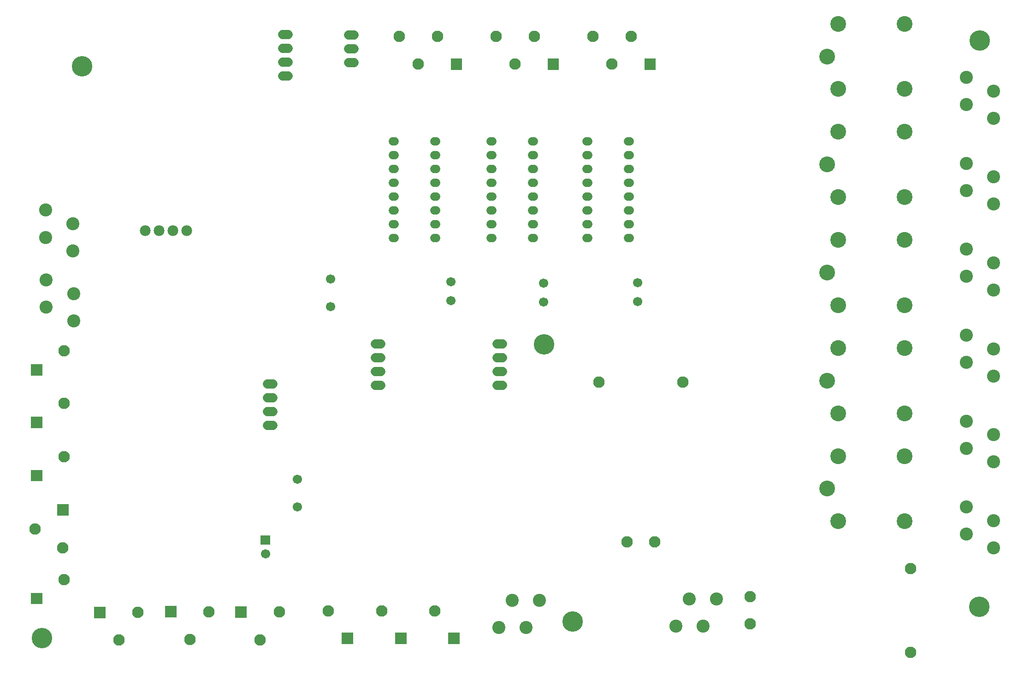
<source format=gbs>
G04 Layer: BottomSolderMaskLayer*
G04 EasyEDA v6.4.25, 2021-10-12T19:11:13--3:00*
G04 c22c5ad297e649dda918693bc59ac449,3e531cdebb5f4b4d8e7d377dd7e3e81f,10*
G04 Gerber Generator version 0.2*
G04 Scale: 100 percent, Rotated: No, Reflected: No *
G04 Dimensions in millimeters *
G04 leading zeros omitted , absolute positions ,4 integer and 5 decimal *
%FSLAX45Y45*%
%MOMM*%

%ADD66C,1.7272*%
%ADD67C,1.5616*%
%ADD72C,2.1016*%
%ADD78C,3.7592*%
%ADD80C,2.4016*%
%ADD88C,1.7016*%
%ADD89C,2.8956*%
%ADD90C,1.7018*%
%ADD93C,1.9812*%

%LPD*%
D66*
X-4762500Y-56057800D02*
G01*
X-4660900Y-56057800D01*
X-4762500Y-55803800D02*
G01*
X-4660900Y-55803800D01*
X-4762500Y-55549800D02*
G01*
X-4660900Y-55549800D01*
X-4762500Y-55295800D02*
G01*
X-4660900Y-55295800D01*
X-3556000Y-55816500D02*
G01*
X-3454400Y-55816500D01*
X-3556000Y-55562500D02*
G01*
X-3454400Y-55562500D01*
X-3556000Y-55308500D02*
G01*
X-3454400Y-55308500D01*
D67*
X-908850Y-57264300D02*
G01*
X-945349Y-57264300D01*
X-908850Y-57518300D02*
G01*
X-945349Y-57518300D01*
X-908850Y-57772300D02*
G01*
X-945349Y-57772300D01*
X-908850Y-58026300D02*
G01*
X-945349Y-58026300D01*
X-908850Y-58280300D02*
G01*
X-945349Y-58280300D01*
X-908850Y-58534300D02*
G01*
X-945349Y-58534300D01*
X-908850Y-58788300D02*
G01*
X-945349Y-58788300D01*
X-908850Y-59042300D02*
G01*
X-945349Y-59042300D01*
X-146850Y-57264300D02*
G01*
X-183349Y-57264300D01*
X-146850Y-57518300D02*
G01*
X-183349Y-57518300D01*
X-146850Y-57772300D02*
G01*
X-183349Y-57772300D01*
X-146850Y-58026300D02*
G01*
X-183349Y-58026300D01*
X-146850Y-58280300D02*
G01*
X-183349Y-58280300D01*
X-146850Y-58534300D02*
G01*
X-183349Y-58534300D01*
X-146850Y-58788300D02*
G01*
X-183349Y-58788300D01*
X-146850Y-59042300D02*
G01*
X-183349Y-59042300D01*
D66*
X-825500Y-61747400D02*
G01*
X-723900Y-61747400D01*
X-825500Y-61493400D02*
G01*
X-723900Y-61493400D01*
X-825500Y-61239400D02*
G01*
X-723900Y-61239400D01*
X-825500Y-60985400D02*
G01*
X-723900Y-60985400D01*
X-5041900Y-62484000D02*
G01*
X-4940300Y-62484000D01*
X-5041900Y-62230000D02*
G01*
X-4940300Y-62230000D01*
X-5041900Y-61976000D02*
G01*
X-4940300Y-61976000D01*
X-5041900Y-61722000D02*
G01*
X-4940300Y-61722000D01*
X-3060700Y-61747400D02*
G01*
X-2959100Y-61747400D01*
X-3060700Y-61493400D02*
G01*
X-2959100Y-61493400D01*
X-3060700Y-61239400D02*
G01*
X-2959100Y-61239400D01*
X-3060700Y-60985400D02*
G01*
X-2959100Y-60985400D01*
D67*
X-2705468Y-57264300D02*
G01*
X-2741968Y-57264300D01*
X-2705468Y-57518300D02*
G01*
X-2741968Y-57518300D01*
X-2705468Y-57772300D02*
G01*
X-2741968Y-57772300D01*
X-2705468Y-58026300D02*
G01*
X-2741968Y-58026300D01*
X-2705468Y-58280300D02*
G01*
X-2741968Y-58280300D01*
X-2705468Y-58534300D02*
G01*
X-2741968Y-58534300D01*
X-2705468Y-58788300D02*
G01*
X-2741968Y-58788300D01*
X-2705468Y-59042300D02*
G01*
X-2741968Y-59042300D01*
X-1943468Y-57264300D02*
G01*
X-1979968Y-57264300D01*
X-1943468Y-57518300D02*
G01*
X-1979968Y-57518300D01*
X-1943468Y-57772300D02*
G01*
X-1979968Y-57772300D01*
X-1943468Y-58026300D02*
G01*
X-1979968Y-58026300D01*
X-1943468Y-58280300D02*
G01*
X-1979968Y-58280300D01*
X-1943468Y-58534300D02*
G01*
X-1979968Y-58534300D01*
X-1943468Y-58788300D02*
G01*
X-1979968Y-58788300D01*
X-1943468Y-59042300D02*
G01*
X-1979968Y-59042300D01*
X850531Y-57264300D02*
G01*
X814031Y-57264300D01*
X850531Y-57518300D02*
G01*
X814031Y-57518300D01*
X850531Y-57772300D02*
G01*
X814031Y-57772300D01*
X850531Y-58026300D02*
G01*
X814031Y-58026300D01*
X850531Y-58280300D02*
G01*
X814031Y-58280300D01*
X850531Y-58534300D02*
G01*
X814031Y-58534300D01*
X850531Y-58788300D02*
G01*
X814031Y-58788300D01*
X850531Y-59042300D02*
G01*
X814031Y-59042300D01*
X1612531Y-57264300D02*
G01*
X1576031Y-57264300D01*
X1612531Y-57518300D02*
G01*
X1576031Y-57518300D01*
X1612531Y-57772300D02*
G01*
X1576031Y-57772300D01*
X1612531Y-58026300D02*
G01*
X1576031Y-58026300D01*
X1612531Y-58280300D02*
G01*
X1576031Y-58280300D01*
X1612531Y-58534300D02*
G01*
X1576031Y-58534300D01*
X1612531Y-58788300D02*
G01*
X1576031Y-58788300D01*
X1612531Y-59042300D02*
G01*
X1576031Y-59042300D01*
D72*
G01*
X6765899Y-66657600D03*
G01*
X6765899Y-65117599D03*
G01*
X3825900Y-66137586D03*
G01*
X3825900Y-65637587D03*
G01*
X2586100Y-61687100D03*
G01*
X1046098Y-61687100D03*
G01*
X2066086Y-64627099D03*
G01*
X1566087Y-64627099D03*
D78*
G01*
X8026400Y-65824100D03*
D80*
G01*
X-9114612Y-58527594D03*
G01*
X-9114612Y-59027593D03*
G01*
X-8614613Y-59277605D03*
G01*
X-8614613Y-58777606D03*
G01*
X-9101912Y-59810294D03*
G01*
X-9101912Y-60310293D03*
G01*
X-8601913Y-60560305D03*
G01*
X-8601913Y-60060306D03*
G01*
X8289112Y-63156312D03*
G01*
X8289112Y-62656313D03*
G01*
X7789113Y-62406301D03*
G01*
X7789113Y-62906300D03*
G01*
X8289112Y-58416316D03*
G01*
X8289112Y-57916318D03*
G01*
X7789113Y-57666305D03*
G01*
X7789113Y-58166304D03*
G01*
X8289112Y-64736319D03*
G01*
X8289112Y-64236320D03*
G01*
X7789113Y-63986308D03*
G01*
X7789113Y-64486307D03*
G01*
X8289112Y-56836309D03*
G01*
X8289112Y-56336311D03*
G01*
X7789113Y-56086298D03*
G01*
X7789113Y-56586297D03*
G01*
X8289112Y-59996298D03*
G01*
X8289112Y-59496299D03*
G01*
X7789113Y-59246287D03*
G01*
X7789113Y-59746286D03*
G01*
X8289112Y-61576305D03*
G01*
X8289112Y-61076306D03*
G01*
X7789113Y-60826294D03*
G01*
X7789113Y-61326293D03*
G36*
X-9384792Y-61570361D02*
G01*
X-9384792Y-61360050D01*
X-9174734Y-61360050D01*
X-9174734Y-61570361D01*
G37*
D72*
G01*
X-8779713Y-61115193D03*
G36*
X-9384792Y-62535561D02*
G01*
X-9384792Y-62325250D01*
X-9174734Y-62325250D01*
X-9174734Y-62535561D01*
G37*
G01*
X-8779713Y-62080393D03*
D80*
G01*
X2457094Y-66175686D03*
G01*
X2957093Y-66175686D03*
G01*
X3207105Y-65675687D03*
G01*
X2707106Y-65675687D03*
D78*
G01*
X-9182100Y-66395600D03*
G01*
X8039100Y-55410100D03*
G01*
X558800Y-66090800D03*
G01*
X-8445500Y-55880000D03*
G01*
X38100Y-60998100D03*
D88*
G01*
X-3886200Y-59791600D03*
G01*
X-3886200Y-60299600D03*
G01*
X-4495800Y-63474600D03*
G01*
X-4495800Y-63982600D03*
D80*
G01*
X-794105Y-66201086D03*
G01*
X-294106Y-66201086D03*
G01*
X-44094Y-65701087D03*
G01*
X-544093Y-65701087D03*
G36*
X-1720850Y-66504058D02*
G01*
X-1720850Y-66294000D01*
X-1510537Y-66294000D01*
X-1510537Y-66504058D01*
G37*
D72*
G01*
X-1965705Y-65899106D03*
G36*
X-3676650Y-66504058D02*
G01*
X-3676650Y-66294000D01*
X-3466337Y-66294000D01*
X-3466337Y-66504058D01*
G37*
G01*
X-3921505Y-65899106D03*
G36*
X-2698750Y-66504058D02*
G01*
X-2698750Y-66294000D01*
X-2488437Y-66294000D01*
X-2488437Y-66504058D01*
G37*
G01*
X-2943605Y-65899106D03*
G36*
X-9384792Y-65774061D02*
G01*
X-9384792Y-65563750D01*
X-9174734Y-65563750D01*
X-9174734Y-65774061D01*
G37*
G01*
X-8779713Y-65318893D03*
G36*
X-9384792Y-63513461D02*
G01*
X-9384792Y-63303150D01*
X-9174734Y-63303150D01*
X-9174734Y-63513461D01*
G37*
G01*
X-8779713Y-63058293D03*
G01*
X-8800084Y-64739011D03*
G01*
X-9310090Y-64389000D03*
G36*
X-8905239Y-64144143D02*
G01*
X-8905239Y-63933831D01*
X-8694928Y-63933831D01*
X-8694928Y-64144143D01*
G37*
G01*
X-6114287Y-65912009D03*
G01*
X-6464300Y-66422016D03*
G36*
X-6919468Y-66017140D02*
G01*
X-6919468Y-65806827D01*
X-6709155Y-65806827D01*
X-6709155Y-66017140D01*
G37*
G01*
X-7422387Y-65924709D03*
G01*
X-7772400Y-66434716D03*
G36*
X-8227568Y-66029840D02*
G01*
X-8227568Y-65819527D01*
X-8017255Y-65819527D01*
X-8017255Y-66029840D01*
G37*
G01*
X-4825593Y-65917902D03*
G01*
X-5175605Y-66427908D03*
G36*
X-5630671Y-66022981D02*
G01*
X-5630671Y-65812924D01*
X-5420613Y-65812924D01*
X-5420613Y-66022981D01*
G37*
G01*
X-2270505Y-55842890D03*
G01*
X-1920519Y-55332884D03*
G36*
X-1675637Y-55948072D02*
G01*
X-1675637Y-55737759D01*
X-1465326Y-55737759D01*
X-1465326Y-55948072D01*
G37*
G01*
X-2620492Y-55332884D03*
G01*
X-492505Y-55842890D03*
G01*
X-142519Y-55332884D03*
G36*
X102362Y-55948072D02*
G01*
X102362Y-55737759D01*
X312673Y-55737759D01*
X312673Y-55948072D01*
G37*
G01*
X-842492Y-55332884D03*
G01*
X1285494Y-55842890D03*
G01*
X1635480Y-55332884D03*
G36*
X1880362Y-55948072D02*
G01*
X1880362Y-55737759D01*
X2090674Y-55737759D01*
X2090674Y-55948072D01*
G37*
G01*
X935507Y-55332884D03*
D88*
G01*
X1752600Y-60207906D03*
G01*
X1752600Y-59857893D03*
G01*
X25400Y-60220606D03*
G01*
X25400Y-59870593D03*
G01*
X-1676400Y-60195206D03*
G01*
X-1676400Y-59845193D03*
D89*
G01*
X6660006Y-58287437D03*
G01*
X5239994Y-57687489D03*
G01*
X5439994Y-57087490D03*
G01*
X5439994Y-58287488D03*
G01*
X6660006Y-57087541D03*
G01*
X6660032Y-64249960D03*
G01*
X5240020Y-63650012D03*
G01*
X5440019Y-63050013D03*
G01*
X5440019Y-64250011D03*
G01*
X6660032Y-63050064D03*
G01*
X6660006Y-62262461D03*
G01*
X5239994Y-61662513D03*
G01*
X5439994Y-61062514D03*
G01*
X5439994Y-62262511D03*
G01*
X6660006Y-61062565D03*
G01*
X6660032Y-60274961D03*
G01*
X5240020Y-59675014D03*
G01*
X5440019Y-59075015D03*
G01*
X5440019Y-60275012D03*
G01*
X6660032Y-59075066D03*
G01*
X6660006Y-56299963D03*
G01*
X5239994Y-55700015D03*
G01*
X5439994Y-55100016D03*
G01*
X5439994Y-56300014D03*
G01*
X6660006Y-55100067D03*
D90*
G01*
X-5080000Y-64846200D03*
G36*
X-5165089Y-64677290D02*
G01*
X-5165089Y-64507109D01*
X-4994910Y-64507109D01*
X-4994910Y-64677290D01*
G37*
D93*
G01*
X-7289800Y-58902600D03*
G01*
X-7035800Y-58902600D03*
G01*
X-6781800Y-58902600D03*
G01*
X-6527800Y-58902600D03*
M02*

</source>
